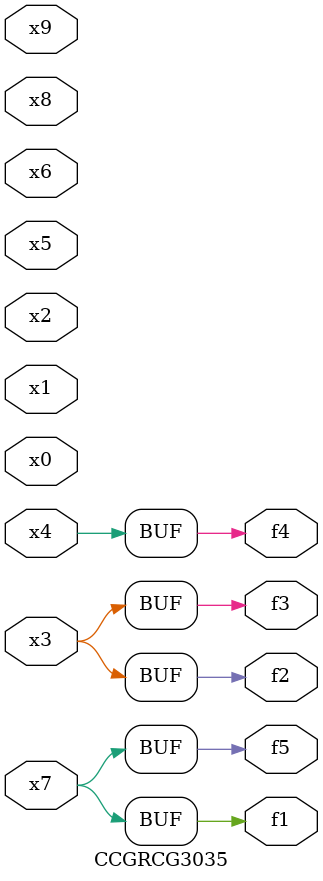
<source format=v>
module CCGRCG3035(
	input x0, x1, x2, x3, x4, x5, x6, x7, x8, x9,
	output f1, f2, f3, f4, f5
);
	assign f1 = x7;
	assign f2 = x3;
	assign f3 = x3;
	assign f4 = x4;
	assign f5 = x7;
endmodule

</source>
